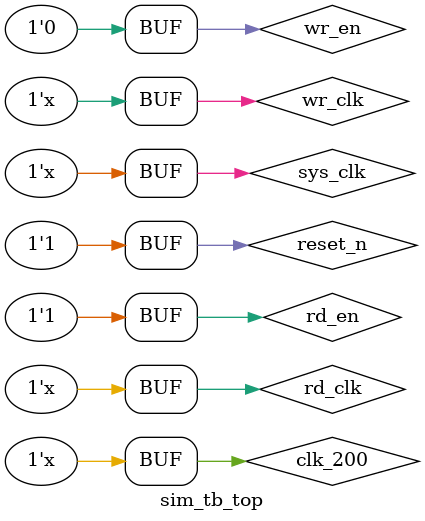
<source format=v>
`timescale 1ns / 1ps


module sim_tb_top;


	// Inputs
	reg [31:0] data_in;
	reg wr_clk;
	reg ref_clk;
	reg sys_clk;
	reg clk_200;
	reg rd_clk;
	reg reset_n;
	reg wr_en;
	reg rd_en;

	// Outputs
	wire full;
	wire almost_full;
	wire empty;
	wire almost_empty;
	wire phy_init_done ;
	wire dout_vd;
	wire [31:0] data_out;

	// Instantiate the Unit Under Test (UUT)
	sim_fifo_top uut (
		.data_in(data_in), 
		.wr_clk(wr_clk), 
		.ref_clk(ref_clk),
      .sys_clk(sys_clk),
      .clk_200(clk_200),		
		.rd_clk(rd_clk), 
		.reset_n(reset_n), 
		.wr_en(wr_en), 
		.rd_en(rd_en), 
		
		.full(full), 
		.almost_full(almost_full), 
		.empty(empty), 
		.almost_empty(almost_empty), 
		.phy_init_done(phy_init_done),
		.dout_vd(dout_vd), 
		.data_out(data_out)
	);

	
   parameter CLK_PERIOD               = 3750;   // Core/Mem clk period (in ps)
	
   parameter WR_PERIOD                = 20  ;
	parameter RD_PERIOD                = 10  ;
  
   localparam real CLK_PERIOD_NS      = CLK_PERIOD / 1000.0;
   localparam real TCYC_200           = 5.0;

   
	
	
	
	
	
	
	 //***************************************************************************
   // Clock generation and reset
   //***************************************************************************

   initial
     sys_clk   = 1'b0;
   always
     sys_clk   = #(CLK_PERIOD_NS/2) ~sys_clk;

   

   initial
       clk_200 = 1'b0;
   always
     clk_200   = #(TCYC_200/2) ~clk_200;

   
	initial 
	    wr_clk = 1'b0;
	 always
	    wr_clk =  #(WR_PERIOD/2)~wr_clk ;
		 
		 
  initial
       rd_clk  =  1'b0;
    always
       rd_clk  =  #(RD_PERIOD/2) ~rd_clk  ;	 
      
		 

   initial 
	
	begin
      reset_n   = 1'b0;
      #400;
      reset_n   = 1'b1;
   end
 
	
   //***************************************************************************
   //  data  generation 
   //***************************************************************************	
	
	
	
	    always@( posedge wr_clk   or   negedge  reset_n )
		 begin
		    if (!reset_n)	
            
            begin
				   data_in   <=  0;
							
             end 				
			
   	   else
			     if (wr_en)
           	  data_in   <=  data_in  +1  ;		
		         
		 
		 
		 end 
		 

      initial
		
		begin
		  
		  wr_en    =  0;
		  rd_en    =  0;
		  
		 #510 ;
        wr_en	  =  1 ;
 
       #3000;
        	wr_en	  =  0 ;	 
			
	    #200 ;
		   rd_en    =  1; 
			
		
		
		
		
		end 







	
		
		
		
		
		
		
endmodule


</source>
